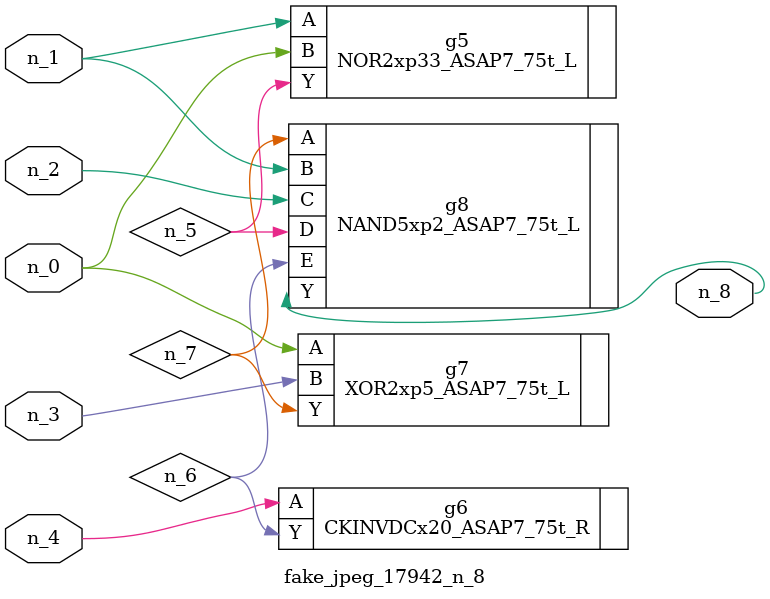
<source format=v>
module fake_jpeg_17942_n_8 (n_3, n_2, n_1, n_0, n_4, n_8);

input n_3;
input n_2;
input n_1;
input n_0;
input n_4;

output n_8;

wire n_6;
wire n_5;
wire n_7;

NOR2xp33_ASAP7_75t_L g5 ( 
.A(n_1),
.B(n_0),
.Y(n_5)
);

CKINVDCx20_ASAP7_75t_R g6 ( 
.A(n_4),
.Y(n_6)
);

XOR2xp5_ASAP7_75t_L g7 ( 
.A(n_0),
.B(n_3),
.Y(n_7)
);

NAND5xp2_ASAP7_75t_L g8 ( 
.A(n_7),
.B(n_1),
.C(n_2),
.D(n_5),
.E(n_6),
.Y(n_8)
);


endmodule
</source>
